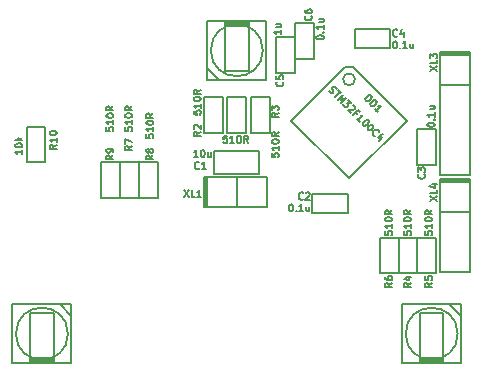
<source format=gto>
G04 (created by PCBNEW (2013-07-07 BZR 4022)-stable) date 24/01/2015 20:57:02*
%MOIN*%
G04 Gerber Fmt 3.4, Leading zero omitted, Abs format*
%FSLAX34Y34*%
G01*
G70*
G90*
G04 APERTURE LIST*
%ADD10C,0.00590551*%
%ADD11C,0.005*%
%ADD12C,0.0059*%
%ADD13C,0.00787402*%
G04 APERTURE END LIST*
G54D10*
X73070Y-52716D02*
X72755Y-52716D01*
X72755Y-52716D02*
X72755Y-51535D01*
X72755Y-51535D02*
X73385Y-51535D01*
X73385Y-51535D02*
X73385Y-52716D01*
X73385Y-52716D02*
X73070Y-52716D01*
X62519Y-50196D02*
X62204Y-50196D01*
X62204Y-50196D02*
X62204Y-49015D01*
X62204Y-49015D02*
X62834Y-49015D01*
X62834Y-49015D02*
X62834Y-50196D01*
X62834Y-50196D02*
X62519Y-50196D01*
X63779Y-50196D02*
X63464Y-50196D01*
X63464Y-50196D02*
X63464Y-49015D01*
X63464Y-49015D02*
X64094Y-49015D01*
X64094Y-49015D02*
X64094Y-50196D01*
X64094Y-50196D02*
X63779Y-50196D01*
X63149Y-50196D02*
X62834Y-50196D01*
X62834Y-50196D02*
X62834Y-49015D01*
X62834Y-49015D02*
X63464Y-49015D01*
X63464Y-49015D02*
X63464Y-50196D01*
X63464Y-50196D02*
X63149Y-50196D01*
X67519Y-46850D02*
X67834Y-46850D01*
X67834Y-46850D02*
X67834Y-48031D01*
X67834Y-48031D02*
X67204Y-48031D01*
X67204Y-48031D02*
X67204Y-46850D01*
X67204Y-46850D02*
X67519Y-46850D01*
X65944Y-46850D02*
X66259Y-46850D01*
X66259Y-46850D02*
X66259Y-48031D01*
X66259Y-48031D02*
X65629Y-48031D01*
X65629Y-48031D02*
X65629Y-46850D01*
X65629Y-46850D02*
X65944Y-46850D01*
X66732Y-46850D02*
X67047Y-46850D01*
X67047Y-46850D02*
X67047Y-48031D01*
X67047Y-48031D02*
X66417Y-48031D01*
X66417Y-48031D02*
X66417Y-46850D01*
X66417Y-46850D02*
X66732Y-46850D01*
X71811Y-52716D02*
X71496Y-52716D01*
X71496Y-52716D02*
X71496Y-51535D01*
X71496Y-51535D02*
X72125Y-51535D01*
X72125Y-51535D02*
X72125Y-52716D01*
X72125Y-52716D02*
X71811Y-52716D01*
X60039Y-47834D02*
X60354Y-47834D01*
X60354Y-47834D02*
X60354Y-49015D01*
X60354Y-49015D02*
X59724Y-49015D01*
X59724Y-49015D02*
X59724Y-47834D01*
X59724Y-47834D02*
X60039Y-47834D01*
X72440Y-52716D02*
X72125Y-52716D01*
X72125Y-52716D02*
X72125Y-51535D01*
X72125Y-51535D02*
X72755Y-51535D01*
X72755Y-51535D02*
X72755Y-52716D01*
X72755Y-52716D02*
X72440Y-52716D01*
G54D11*
X70458Y-49544D02*
X68537Y-47623D01*
X68537Y-47623D02*
X70333Y-45828D01*
X70347Y-45842D02*
X70597Y-45842D01*
X70597Y-45842D02*
X72392Y-47637D01*
X72392Y-47637D02*
X70485Y-49544D01*
X70669Y-46246D02*
G75*
G03X70669Y-46246I-196J0D01*
G74*
G01*
G54D10*
X73818Y-53740D02*
X74212Y-54133D01*
G54D12*
X74094Y-54724D02*
G75*
G03X74094Y-54724I-866J0D01*
G74*
G01*
X74212Y-55708D02*
X72244Y-55708D01*
X72244Y-55708D02*
X72244Y-53740D01*
X72244Y-53740D02*
X74212Y-53740D01*
X74212Y-53740D02*
X74212Y-55708D01*
G54D10*
X66141Y-46259D02*
X65748Y-45866D01*
G54D12*
X67598Y-45275D02*
G75*
G03X67598Y-45275I-866J0D01*
G74*
G01*
X65748Y-44291D02*
X67716Y-44291D01*
X67716Y-44291D02*
X67716Y-46259D01*
X67716Y-46259D02*
X65748Y-46259D01*
X65748Y-46259D02*
X65748Y-44291D01*
G54D10*
X60826Y-53740D02*
X61220Y-54133D01*
G54D12*
X61102Y-54724D02*
G75*
G03X61102Y-54724I-866J0D01*
G74*
G01*
X61220Y-55708D02*
X59252Y-55708D01*
X59252Y-55708D02*
X59252Y-53740D01*
X59252Y-53740D02*
X61220Y-53740D01*
X61220Y-53740D02*
X61220Y-55708D01*
G54D10*
X73622Y-55531D02*
X73622Y-55590D01*
X73622Y-55590D02*
X72834Y-55590D01*
X72834Y-55590D02*
X72834Y-55511D01*
X72834Y-55511D02*
X72834Y-55649D01*
X72834Y-55649D02*
X73622Y-55649D01*
X73622Y-55649D02*
X73622Y-55590D01*
X73228Y-54035D02*
X73622Y-54035D01*
X73622Y-54035D02*
X73622Y-55531D01*
X73622Y-55531D02*
X72834Y-55531D01*
X72834Y-55531D02*
X72834Y-54035D01*
X72834Y-54035D02*
X73307Y-54035D01*
X66338Y-44468D02*
X66338Y-44409D01*
X66338Y-44409D02*
X67125Y-44409D01*
X67125Y-44409D02*
X67125Y-44488D01*
X67125Y-44488D02*
X67125Y-44350D01*
X67125Y-44350D02*
X66338Y-44350D01*
X66338Y-44350D02*
X66338Y-44409D01*
X66732Y-45964D02*
X66338Y-45964D01*
X66338Y-45964D02*
X66338Y-44468D01*
X66338Y-44468D02*
X67125Y-44468D01*
X67125Y-44468D02*
X67125Y-45964D01*
X67125Y-45964D02*
X66653Y-45964D01*
X60629Y-55531D02*
X60629Y-55590D01*
X60629Y-55590D02*
X59842Y-55590D01*
X59842Y-55590D02*
X59842Y-55511D01*
X59842Y-55511D02*
X59842Y-55649D01*
X59842Y-55649D02*
X60629Y-55649D01*
X60629Y-55649D02*
X60629Y-55590D01*
X60236Y-54035D02*
X60629Y-54035D01*
X60629Y-54035D02*
X60629Y-55531D01*
X60629Y-55531D02*
X59842Y-55531D01*
X59842Y-55531D02*
X59842Y-54035D01*
X59842Y-54035D02*
X60314Y-54035D01*
G54D13*
X73515Y-45440D02*
X73515Y-45340D01*
X73515Y-45340D02*
X74515Y-45340D01*
X74515Y-45340D02*
X74515Y-45440D01*
X74515Y-45440D02*
X74515Y-45390D01*
X74515Y-45390D02*
X73515Y-45390D01*
X74515Y-46440D02*
X73515Y-46440D01*
X74515Y-45440D02*
X74515Y-49440D01*
X74515Y-49440D02*
X73515Y-49440D01*
X73515Y-49440D02*
X73515Y-45440D01*
X73515Y-45440D02*
X74515Y-45440D01*
X73515Y-49631D02*
X73515Y-49681D01*
X74515Y-49681D02*
X74515Y-49581D01*
X74515Y-49581D02*
X73515Y-49581D01*
X73515Y-49581D02*
X73515Y-49631D01*
X73515Y-49631D02*
X74465Y-49631D01*
X73515Y-52681D02*
X73515Y-49681D01*
X74515Y-49681D02*
X74515Y-52681D01*
X74515Y-50681D02*
X73515Y-50681D01*
X74515Y-52681D02*
X73515Y-52681D01*
X73515Y-49681D02*
X74515Y-49681D01*
X67732Y-50500D02*
X65732Y-50500D01*
X67732Y-49500D02*
X65732Y-49500D01*
X65682Y-50500D02*
X65732Y-50500D01*
X65732Y-49500D02*
X65632Y-49500D01*
X65632Y-49500D02*
X65632Y-50500D01*
X65632Y-50500D02*
X65682Y-50500D01*
X65682Y-50500D02*
X65682Y-49550D01*
X66732Y-49500D02*
X66732Y-50500D01*
X67732Y-49500D02*
X67732Y-50500D01*
X65732Y-50500D02*
X65732Y-49500D01*
G54D10*
X65984Y-48622D02*
X67480Y-48622D01*
X67480Y-48622D02*
X67480Y-49409D01*
X67480Y-49409D02*
X65984Y-49409D01*
X65984Y-49409D02*
X65984Y-48622D01*
X70669Y-44881D02*
X70669Y-44566D01*
X70669Y-44566D02*
X71850Y-44566D01*
X71850Y-44566D02*
X71850Y-45196D01*
X71850Y-45196D02*
X70669Y-45196D01*
X70669Y-45196D02*
X70669Y-44881D01*
X68976Y-45551D02*
X68661Y-45551D01*
X68661Y-45551D02*
X68661Y-44370D01*
X68661Y-44370D02*
X69291Y-44370D01*
X69291Y-44370D02*
X69291Y-45551D01*
X69291Y-45551D02*
X68976Y-45551D01*
X73070Y-47913D02*
X73385Y-47913D01*
X73385Y-47913D02*
X73385Y-49094D01*
X73385Y-49094D02*
X72755Y-49094D01*
X72755Y-49094D02*
X72755Y-47913D01*
X72755Y-47913D02*
X73070Y-47913D01*
X68346Y-46023D02*
X68031Y-46023D01*
X68031Y-46023D02*
X68031Y-44842D01*
X68031Y-44842D02*
X68661Y-44842D01*
X68661Y-44842D02*
X68661Y-46023D01*
X68661Y-46023D02*
X68346Y-46023D01*
X70433Y-50393D02*
X70433Y-50708D01*
X70433Y-50708D02*
X69251Y-50708D01*
X69251Y-50708D02*
X69251Y-50078D01*
X69251Y-50078D02*
X70433Y-50078D01*
X70433Y-50078D02*
X70433Y-50393D01*
X73245Y-53031D02*
X73132Y-53110D01*
X73245Y-53166D02*
X73008Y-53166D01*
X73008Y-53076D01*
X73020Y-53053D01*
X73031Y-53042D01*
X73053Y-53031D01*
X73087Y-53031D01*
X73110Y-53042D01*
X73121Y-53053D01*
X73132Y-53076D01*
X73132Y-53166D01*
X73008Y-52817D02*
X73008Y-52930D01*
X73121Y-52941D01*
X73110Y-52930D01*
X73098Y-52907D01*
X73098Y-52851D01*
X73110Y-52829D01*
X73121Y-52817D01*
X73143Y-52806D01*
X73200Y-52806D01*
X73222Y-52817D01*
X73233Y-52829D01*
X73245Y-52851D01*
X73245Y-52907D01*
X73233Y-52930D01*
X73222Y-52941D01*
X73008Y-51310D02*
X73008Y-51422D01*
X73121Y-51434D01*
X73110Y-51422D01*
X73098Y-51400D01*
X73098Y-51344D01*
X73110Y-51321D01*
X73121Y-51310D01*
X73143Y-51299D01*
X73200Y-51299D01*
X73222Y-51310D01*
X73233Y-51321D01*
X73245Y-51344D01*
X73245Y-51400D01*
X73233Y-51422D01*
X73222Y-51434D01*
X73245Y-51074D02*
X73245Y-51209D01*
X73245Y-51141D02*
X73008Y-51141D01*
X73042Y-51164D01*
X73065Y-51186D01*
X73076Y-51209D01*
X73008Y-50928D02*
X73008Y-50905D01*
X73020Y-50883D01*
X73031Y-50871D01*
X73053Y-50860D01*
X73098Y-50849D01*
X73155Y-50849D01*
X73200Y-50860D01*
X73222Y-50871D01*
X73233Y-50883D01*
X73245Y-50905D01*
X73245Y-50928D01*
X73233Y-50950D01*
X73222Y-50961D01*
X73200Y-50973D01*
X73155Y-50984D01*
X73098Y-50984D01*
X73053Y-50973D01*
X73031Y-50961D01*
X73020Y-50950D01*
X73008Y-50928D01*
X73245Y-50613D02*
X73132Y-50691D01*
X73245Y-50748D02*
X73008Y-50748D01*
X73008Y-50658D01*
X73020Y-50635D01*
X73031Y-50624D01*
X73053Y-50613D01*
X73087Y-50613D01*
X73110Y-50624D01*
X73121Y-50635D01*
X73132Y-50658D01*
X73132Y-50748D01*
X62615Y-48779D02*
X62502Y-48858D01*
X62615Y-48914D02*
X62379Y-48914D01*
X62379Y-48824D01*
X62390Y-48802D01*
X62401Y-48790D01*
X62424Y-48779D01*
X62457Y-48779D01*
X62480Y-48790D01*
X62491Y-48802D01*
X62502Y-48824D01*
X62502Y-48914D01*
X62615Y-48667D02*
X62615Y-48622D01*
X62604Y-48599D01*
X62592Y-48588D01*
X62559Y-48565D01*
X62514Y-48554D01*
X62424Y-48554D01*
X62401Y-48565D01*
X62390Y-48577D01*
X62379Y-48599D01*
X62379Y-48644D01*
X62390Y-48667D01*
X62401Y-48678D01*
X62424Y-48689D01*
X62480Y-48689D01*
X62502Y-48678D01*
X62514Y-48667D01*
X62525Y-48644D01*
X62525Y-48599D01*
X62514Y-48577D01*
X62502Y-48565D01*
X62480Y-48554D01*
X62379Y-47845D02*
X62379Y-47958D01*
X62491Y-47969D01*
X62480Y-47958D01*
X62469Y-47935D01*
X62469Y-47879D01*
X62480Y-47857D01*
X62491Y-47845D01*
X62514Y-47834D01*
X62570Y-47834D01*
X62592Y-47845D01*
X62604Y-47857D01*
X62615Y-47879D01*
X62615Y-47935D01*
X62604Y-47958D01*
X62592Y-47969D01*
X62615Y-47609D02*
X62615Y-47744D01*
X62615Y-47677D02*
X62379Y-47677D01*
X62412Y-47699D01*
X62435Y-47722D01*
X62446Y-47744D01*
X62379Y-47463D02*
X62379Y-47440D01*
X62390Y-47418D01*
X62401Y-47407D01*
X62424Y-47395D01*
X62469Y-47384D01*
X62525Y-47384D01*
X62570Y-47395D01*
X62592Y-47407D01*
X62604Y-47418D01*
X62615Y-47440D01*
X62615Y-47463D01*
X62604Y-47485D01*
X62592Y-47497D01*
X62570Y-47508D01*
X62525Y-47519D01*
X62469Y-47519D01*
X62424Y-47508D01*
X62401Y-47497D01*
X62390Y-47485D01*
X62379Y-47463D01*
X62615Y-47148D02*
X62502Y-47227D01*
X62615Y-47283D02*
X62379Y-47283D01*
X62379Y-47193D01*
X62390Y-47170D01*
X62401Y-47159D01*
X62424Y-47148D01*
X62457Y-47148D01*
X62480Y-47159D01*
X62491Y-47170D01*
X62502Y-47193D01*
X62502Y-47283D01*
X63953Y-48779D02*
X63841Y-48858D01*
X63953Y-48914D02*
X63717Y-48914D01*
X63717Y-48824D01*
X63728Y-48802D01*
X63740Y-48790D01*
X63762Y-48779D01*
X63796Y-48779D01*
X63818Y-48790D01*
X63830Y-48802D01*
X63841Y-48824D01*
X63841Y-48914D01*
X63818Y-48644D02*
X63807Y-48667D01*
X63796Y-48678D01*
X63773Y-48689D01*
X63762Y-48689D01*
X63740Y-48678D01*
X63728Y-48667D01*
X63717Y-48644D01*
X63717Y-48599D01*
X63728Y-48577D01*
X63740Y-48565D01*
X63762Y-48554D01*
X63773Y-48554D01*
X63796Y-48565D01*
X63807Y-48577D01*
X63818Y-48599D01*
X63818Y-48644D01*
X63830Y-48667D01*
X63841Y-48678D01*
X63863Y-48689D01*
X63908Y-48689D01*
X63931Y-48678D01*
X63942Y-48667D01*
X63953Y-48644D01*
X63953Y-48599D01*
X63942Y-48577D01*
X63931Y-48565D01*
X63908Y-48554D01*
X63863Y-48554D01*
X63841Y-48565D01*
X63830Y-48577D01*
X63818Y-48599D01*
X63717Y-48082D02*
X63717Y-48194D01*
X63830Y-48205D01*
X63818Y-48194D01*
X63807Y-48172D01*
X63807Y-48115D01*
X63818Y-48093D01*
X63830Y-48082D01*
X63852Y-48070D01*
X63908Y-48070D01*
X63931Y-48082D01*
X63942Y-48093D01*
X63953Y-48115D01*
X63953Y-48172D01*
X63942Y-48194D01*
X63931Y-48205D01*
X63953Y-47845D02*
X63953Y-47980D01*
X63953Y-47913D02*
X63717Y-47913D01*
X63751Y-47935D01*
X63773Y-47958D01*
X63785Y-47980D01*
X63717Y-47699D02*
X63717Y-47677D01*
X63728Y-47654D01*
X63740Y-47643D01*
X63762Y-47632D01*
X63807Y-47620D01*
X63863Y-47620D01*
X63908Y-47632D01*
X63931Y-47643D01*
X63942Y-47654D01*
X63953Y-47677D01*
X63953Y-47699D01*
X63942Y-47722D01*
X63931Y-47733D01*
X63908Y-47744D01*
X63863Y-47755D01*
X63807Y-47755D01*
X63762Y-47744D01*
X63740Y-47733D01*
X63728Y-47722D01*
X63717Y-47699D01*
X63953Y-47384D02*
X63841Y-47463D01*
X63953Y-47519D02*
X63717Y-47519D01*
X63717Y-47429D01*
X63728Y-47407D01*
X63740Y-47395D01*
X63762Y-47384D01*
X63796Y-47384D01*
X63818Y-47395D01*
X63830Y-47407D01*
X63841Y-47429D01*
X63841Y-47519D01*
X63245Y-48464D02*
X63132Y-48543D01*
X63245Y-48599D02*
X63008Y-48599D01*
X63008Y-48509D01*
X63020Y-48487D01*
X63031Y-48475D01*
X63053Y-48464D01*
X63087Y-48464D01*
X63110Y-48475D01*
X63121Y-48487D01*
X63132Y-48509D01*
X63132Y-48599D01*
X63008Y-48385D02*
X63008Y-48228D01*
X63245Y-48329D01*
X63008Y-47845D02*
X63008Y-47958D01*
X63121Y-47969D01*
X63110Y-47958D01*
X63098Y-47935D01*
X63098Y-47879D01*
X63110Y-47857D01*
X63121Y-47845D01*
X63143Y-47834D01*
X63200Y-47834D01*
X63222Y-47845D01*
X63233Y-47857D01*
X63245Y-47879D01*
X63245Y-47935D01*
X63233Y-47958D01*
X63222Y-47969D01*
X63245Y-47609D02*
X63245Y-47744D01*
X63245Y-47677D02*
X63008Y-47677D01*
X63042Y-47699D01*
X63065Y-47722D01*
X63076Y-47744D01*
X63008Y-47463D02*
X63008Y-47440D01*
X63020Y-47418D01*
X63031Y-47407D01*
X63053Y-47395D01*
X63098Y-47384D01*
X63155Y-47384D01*
X63200Y-47395D01*
X63222Y-47407D01*
X63233Y-47418D01*
X63245Y-47440D01*
X63245Y-47463D01*
X63233Y-47485D01*
X63222Y-47497D01*
X63200Y-47508D01*
X63155Y-47519D01*
X63098Y-47519D01*
X63053Y-47508D01*
X63031Y-47497D01*
X63020Y-47485D01*
X63008Y-47463D01*
X63245Y-47148D02*
X63132Y-47227D01*
X63245Y-47283D02*
X63008Y-47283D01*
X63008Y-47193D01*
X63020Y-47170D01*
X63031Y-47159D01*
X63053Y-47148D01*
X63087Y-47148D01*
X63110Y-47159D01*
X63121Y-47170D01*
X63132Y-47193D01*
X63132Y-47283D01*
X68127Y-47362D02*
X68014Y-47440D01*
X68127Y-47497D02*
X67890Y-47497D01*
X67890Y-47407D01*
X67902Y-47384D01*
X67913Y-47373D01*
X67935Y-47362D01*
X67969Y-47362D01*
X67992Y-47373D01*
X68003Y-47384D01*
X68014Y-47407D01*
X68014Y-47497D01*
X67890Y-47283D02*
X67890Y-47137D01*
X67980Y-47215D01*
X67980Y-47182D01*
X67992Y-47159D01*
X68003Y-47148D01*
X68025Y-47137D01*
X68082Y-47137D01*
X68104Y-47148D01*
X68115Y-47159D01*
X68127Y-47182D01*
X68127Y-47249D01*
X68115Y-47272D01*
X68104Y-47283D01*
X67890Y-48712D02*
X67890Y-48824D01*
X68003Y-48835D01*
X67992Y-48824D01*
X67980Y-48802D01*
X67980Y-48745D01*
X67992Y-48723D01*
X68003Y-48712D01*
X68025Y-48700D01*
X68082Y-48700D01*
X68104Y-48712D01*
X68115Y-48723D01*
X68127Y-48745D01*
X68127Y-48802D01*
X68115Y-48824D01*
X68104Y-48835D01*
X68127Y-48475D02*
X68127Y-48610D01*
X68127Y-48543D02*
X67890Y-48543D01*
X67924Y-48565D01*
X67947Y-48588D01*
X67958Y-48610D01*
X67890Y-48329D02*
X67890Y-48307D01*
X67902Y-48284D01*
X67913Y-48273D01*
X67935Y-48262D01*
X67980Y-48250D01*
X68037Y-48250D01*
X68082Y-48262D01*
X68104Y-48273D01*
X68115Y-48284D01*
X68127Y-48307D01*
X68127Y-48329D01*
X68115Y-48352D01*
X68104Y-48363D01*
X68082Y-48374D01*
X68037Y-48385D01*
X67980Y-48385D01*
X67935Y-48374D01*
X67913Y-48363D01*
X67902Y-48352D01*
X67890Y-48329D01*
X68127Y-48014D02*
X68014Y-48093D01*
X68127Y-48149D02*
X67890Y-48149D01*
X67890Y-48059D01*
X67902Y-48037D01*
X67913Y-48025D01*
X67935Y-48014D01*
X67969Y-48014D01*
X67992Y-48025D01*
X68003Y-48037D01*
X68014Y-48059D01*
X68014Y-48149D01*
X65528Y-47992D02*
X65416Y-48070D01*
X65528Y-48127D02*
X65292Y-48127D01*
X65292Y-48037D01*
X65303Y-48014D01*
X65314Y-48003D01*
X65337Y-47992D01*
X65371Y-47992D01*
X65393Y-48003D01*
X65404Y-48014D01*
X65416Y-48037D01*
X65416Y-48127D01*
X65314Y-47902D02*
X65303Y-47890D01*
X65292Y-47868D01*
X65292Y-47812D01*
X65303Y-47789D01*
X65314Y-47778D01*
X65337Y-47767D01*
X65359Y-47767D01*
X65393Y-47778D01*
X65528Y-47913D01*
X65528Y-47767D01*
X65292Y-47294D02*
X65292Y-47407D01*
X65404Y-47418D01*
X65393Y-47407D01*
X65382Y-47384D01*
X65382Y-47328D01*
X65393Y-47305D01*
X65404Y-47294D01*
X65427Y-47283D01*
X65483Y-47283D01*
X65506Y-47294D01*
X65517Y-47305D01*
X65528Y-47328D01*
X65528Y-47384D01*
X65517Y-47407D01*
X65506Y-47418D01*
X65528Y-47058D02*
X65528Y-47193D01*
X65528Y-47125D02*
X65292Y-47125D01*
X65326Y-47148D01*
X65348Y-47170D01*
X65359Y-47193D01*
X65292Y-46912D02*
X65292Y-46889D01*
X65303Y-46867D01*
X65314Y-46856D01*
X65337Y-46844D01*
X65382Y-46833D01*
X65438Y-46833D01*
X65483Y-46844D01*
X65506Y-46856D01*
X65517Y-46867D01*
X65528Y-46889D01*
X65528Y-46912D01*
X65517Y-46934D01*
X65506Y-46946D01*
X65483Y-46957D01*
X65438Y-46968D01*
X65382Y-46968D01*
X65337Y-46957D01*
X65314Y-46946D01*
X65303Y-46934D01*
X65292Y-46912D01*
X65528Y-46597D02*
X65416Y-46676D01*
X65528Y-46732D02*
X65292Y-46732D01*
X65292Y-46642D01*
X65303Y-46619D01*
X65314Y-46608D01*
X65337Y-46597D01*
X65371Y-46597D01*
X65393Y-46608D01*
X65404Y-46619D01*
X65416Y-46642D01*
X65416Y-46732D01*
X66406Y-48127D02*
X66293Y-48127D01*
X66282Y-48239D01*
X66293Y-48228D01*
X66316Y-48217D01*
X66372Y-48217D01*
X66394Y-48228D01*
X66406Y-48239D01*
X66417Y-48262D01*
X66417Y-48318D01*
X66406Y-48340D01*
X66394Y-48352D01*
X66372Y-48363D01*
X66316Y-48363D01*
X66293Y-48352D01*
X66282Y-48340D01*
X66642Y-48363D02*
X66507Y-48363D01*
X66574Y-48363D02*
X66574Y-48127D01*
X66552Y-48160D01*
X66529Y-48183D01*
X66507Y-48194D01*
X66788Y-48127D02*
X66811Y-48127D01*
X66833Y-48138D01*
X66844Y-48149D01*
X66856Y-48172D01*
X66867Y-48217D01*
X66867Y-48273D01*
X66856Y-48318D01*
X66844Y-48340D01*
X66833Y-48352D01*
X66811Y-48363D01*
X66788Y-48363D01*
X66766Y-48352D01*
X66754Y-48340D01*
X66743Y-48318D01*
X66732Y-48273D01*
X66732Y-48217D01*
X66743Y-48172D01*
X66754Y-48149D01*
X66766Y-48138D01*
X66788Y-48127D01*
X67103Y-48363D02*
X67024Y-48250D01*
X66968Y-48363D02*
X66968Y-48127D01*
X67058Y-48127D01*
X67080Y-48138D01*
X67092Y-48149D01*
X67103Y-48172D01*
X67103Y-48205D01*
X67092Y-48228D01*
X67080Y-48239D01*
X67058Y-48250D01*
X66968Y-48250D01*
X71906Y-53031D02*
X71794Y-53110D01*
X71906Y-53166D02*
X71670Y-53166D01*
X71670Y-53076D01*
X71681Y-53053D01*
X71692Y-53042D01*
X71715Y-53031D01*
X71749Y-53031D01*
X71771Y-53042D01*
X71782Y-53053D01*
X71794Y-53076D01*
X71794Y-53166D01*
X71670Y-52829D02*
X71670Y-52874D01*
X71681Y-52896D01*
X71692Y-52907D01*
X71726Y-52930D01*
X71771Y-52941D01*
X71861Y-52941D01*
X71884Y-52930D01*
X71895Y-52919D01*
X71906Y-52896D01*
X71906Y-52851D01*
X71895Y-52829D01*
X71884Y-52817D01*
X71861Y-52806D01*
X71805Y-52806D01*
X71782Y-52817D01*
X71771Y-52829D01*
X71760Y-52851D01*
X71760Y-52896D01*
X71771Y-52919D01*
X71782Y-52930D01*
X71805Y-52941D01*
X71670Y-51310D02*
X71670Y-51422D01*
X71782Y-51434D01*
X71771Y-51422D01*
X71760Y-51400D01*
X71760Y-51344D01*
X71771Y-51321D01*
X71782Y-51310D01*
X71805Y-51299D01*
X71861Y-51299D01*
X71884Y-51310D01*
X71895Y-51321D01*
X71906Y-51344D01*
X71906Y-51400D01*
X71895Y-51422D01*
X71884Y-51434D01*
X71906Y-51074D02*
X71906Y-51209D01*
X71906Y-51141D02*
X71670Y-51141D01*
X71704Y-51164D01*
X71726Y-51186D01*
X71737Y-51209D01*
X71670Y-50928D02*
X71670Y-50905D01*
X71681Y-50883D01*
X71692Y-50871D01*
X71715Y-50860D01*
X71760Y-50849D01*
X71816Y-50849D01*
X71861Y-50860D01*
X71884Y-50871D01*
X71895Y-50883D01*
X71906Y-50905D01*
X71906Y-50928D01*
X71895Y-50950D01*
X71884Y-50961D01*
X71861Y-50973D01*
X71816Y-50984D01*
X71760Y-50984D01*
X71715Y-50973D01*
X71692Y-50961D01*
X71681Y-50950D01*
X71670Y-50928D01*
X71906Y-50613D02*
X71794Y-50691D01*
X71906Y-50748D02*
X71670Y-50748D01*
X71670Y-50658D01*
X71681Y-50635D01*
X71692Y-50624D01*
X71715Y-50613D01*
X71749Y-50613D01*
X71771Y-50624D01*
X71782Y-50635D01*
X71794Y-50658D01*
X71794Y-50748D01*
X60725Y-48419D02*
X60613Y-48498D01*
X60725Y-48554D02*
X60489Y-48554D01*
X60489Y-48464D01*
X60500Y-48442D01*
X60511Y-48430D01*
X60534Y-48419D01*
X60568Y-48419D01*
X60590Y-48430D01*
X60601Y-48442D01*
X60613Y-48464D01*
X60613Y-48554D01*
X60725Y-48194D02*
X60725Y-48329D01*
X60725Y-48262D02*
X60489Y-48262D01*
X60523Y-48284D01*
X60545Y-48307D01*
X60556Y-48329D01*
X60489Y-48048D02*
X60489Y-48025D01*
X60500Y-48003D01*
X60511Y-47992D01*
X60534Y-47980D01*
X60579Y-47969D01*
X60635Y-47969D01*
X60680Y-47980D01*
X60703Y-47992D01*
X60714Y-48003D01*
X60725Y-48025D01*
X60725Y-48048D01*
X60714Y-48070D01*
X60703Y-48082D01*
X60680Y-48093D01*
X60635Y-48104D01*
X60579Y-48104D01*
X60534Y-48093D01*
X60511Y-48082D01*
X60500Y-48070D01*
X60489Y-48048D01*
X59583Y-48604D02*
X59583Y-48739D01*
X59583Y-48672D02*
X59347Y-48672D01*
X59381Y-48694D01*
X59404Y-48717D01*
X59415Y-48739D01*
X59347Y-48458D02*
X59347Y-48436D01*
X59359Y-48413D01*
X59370Y-48402D01*
X59392Y-48391D01*
X59437Y-48379D01*
X59493Y-48379D01*
X59538Y-48391D01*
X59561Y-48402D01*
X59572Y-48413D01*
X59583Y-48436D01*
X59583Y-48458D01*
X59572Y-48481D01*
X59561Y-48492D01*
X59538Y-48503D01*
X59493Y-48514D01*
X59437Y-48514D01*
X59392Y-48503D01*
X59370Y-48492D01*
X59359Y-48481D01*
X59347Y-48458D01*
X59583Y-48278D02*
X59347Y-48278D01*
X59493Y-48256D02*
X59583Y-48188D01*
X59426Y-48188D02*
X59516Y-48278D01*
X72536Y-53031D02*
X72424Y-53110D01*
X72536Y-53166D02*
X72300Y-53166D01*
X72300Y-53076D01*
X72311Y-53053D01*
X72322Y-53042D01*
X72345Y-53031D01*
X72379Y-53031D01*
X72401Y-53042D01*
X72412Y-53053D01*
X72424Y-53076D01*
X72424Y-53166D01*
X72379Y-52829D02*
X72536Y-52829D01*
X72289Y-52885D02*
X72457Y-52941D01*
X72457Y-52795D01*
X72300Y-51310D02*
X72300Y-51422D01*
X72412Y-51434D01*
X72401Y-51422D01*
X72390Y-51400D01*
X72390Y-51344D01*
X72401Y-51321D01*
X72412Y-51310D01*
X72435Y-51299D01*
X72491Y-51299D01*
X72514Y-51310D01*
X72525Y-51321D01*
X72536Y-51344D01*
X72536Y-51400D01*
X72525Y-51422D01*
X72514Y-51434D01*
X72536Y-51074D02*
X72536Y-51209D01*
X72536Y-51141D02*
X72300Y-51141D01*
X72334Y-51164D01*
X72356Y-51186D01*
X72367Y-51209D01*
X72300Y-50928D02*
X72300Y-50905D01*
X72311Y-50883D01*
X72322Y-50871D01*
X72345Y-50860D01*
X72390Y-50849D01*
X72446Y-50849D01*
X72491Y-50860D01*
X72514Y-50871D01*
X72525Y-50883D01*
X72536Y-50905D01*
X72536Y-50928D01*
X72525Y-50950D01*
X72514Y-50961D01*
X72491Y-50973D01*
X72446Y-50984D01*
X72390Y-50984D01*
X72345Y-50973D01*
X72322Y-50961D01*
X72311Y-50950D01*
X72300Y-50928D01*
X72536Y-50613D02*
X72424Y-50691D01*
X72536Y-50748D02*
X72300Y-50748D01*
X72300Y-50658D01*
X72311Y-50635D01*
X72322Y-50624D01*
X72345Y-50613D01*
X72379Y-50613D01*
X72401Y-50624D01*
X72412Y-50635D01*
X72424Y-50658D01*
X72424Y-50748D01*
G54D12*
X71005Y-46913D02*
X71171Y-46747D01*
X71211Y-46786D01*
X71227Y-46818D01*
X71227Y-46850D01*
X71219Y-46874D01*
X71195Y-46913D01*
X71171Y-46937D01*
X71132Y-46961D01*
X71108Y-46969D01*
X71076Y-46969D01*
X71044Y-46953D01*
X71005Y-46913D01*
X71171Y-47080D02*
X71338Y-46913D01*
X71378Y-46953D01*
X71394Y-46985D01*
X71394Y-47017D01*
X71386Y-47041D01*
X71362Y-47080D01*
X71338Y-47104D01*
X71299Y-47128D01*
X71275Y-47136D01*
X71243Y-47136D01*
X71211Y-47120D01*
X71171Y-47080D01*
X71426Y-47335D02*
X71330Y-47239D01*
X71378Y-47287D02*
X71545Y-47120D01*
X71505Y-47128D01*
X71473Y-47128D01*
X71450Y-47120D01*
X69810Y-46622D02*
X69826Y-46654D01*
X69866Y-46694D01*
X69890Y-46702D01*
X69906Y-46702D01*
X69929Y-46694D01*
X69945Y-46678D01*
X69953Y-46654D01*
X69953Y-46638D01*
X69945Y-46614D01*
X69921Y-46575D01*
X69914Y-46551D01*
X69914Y-46535D01*
X69921Y-46511D01*
X69937Y-46495D01*
X69961Y-46487D01*
X69977Y-46487D01*
X70001Y-46495D01*
X70041Y-46535D01*
X70057Y-46567D01*
X70112Y-46606D02*
X70208Y-46702D01*
X69993Y-46821D02*
X70160Y-46654D01*
X70096Y-46924D02*
X70263Y-46757D01*
X70200Y-46932D01*
X70374Y-46869D01*
X70208Y-47036D01*
X70438Y-46932D02*
X70541Y-47036D01*
X70422Y-47043D01*
X70446Y-47067D01*
X70454Y-47091D01*
X70454Y-47107D01*
X70446Y-47131D01*
X70406Y-47171D01*
X70382Y-47179D01*
X70366Y-47179D01*
X70343Y-47171D01*
X70295Y-47123D01*
X70287Y-47099D01*
X70287Y-47083D01*
X70589Y-47115D02*
X70605Y-47115D01*
X70629Y-47123D01*
X70668Y-47163D01*
X70676Y-47187D01*
X70676Y-47202D01*
X70668Y-47226D01*
X70653Y-47242D01*
X70621Y-47258D01*
X70430Y-47258D01*
X70533Y-47361D01*
X70748Y-47401D02*
X70692Y-47345D01*
X70605Y-47433D02*
X70772Y-47266D01*
X70851Y-47345D01*
X70835Y-47663D02*
X70740Y-47568D01*
X70788Y-47616D02*
X70955Y-47449D01*
X70915Y-47457D01*
X70883Y-47457D01*
X70859Y-47449D01*
X71105Y-47600D02*
X71121Y-47616D01*
X71129Y-47639D01*
X71129Y-47655D01*
X71121Y-47679D01*
X71098Y-47719D01*
X71058Y-47759D01*
X71018Y-47783D01*
X70994Y-47790D01*
X70978Y-47790D01*
X70955Y-47783D01*
X70939Y-47767D01*
X70931Y-47743D01*
X70931Y-47727D01*
X70939Y-47703D01*
X70962Y-47663D01*
X71002Y-47624D01*
X71042Y-47600D01*
X71066Y-47592D01*
X71082Y-47592D01*
X71105Y-47600D01*
X71264Y-47759D02*
X71280Y-47775D01*
X71288Y-47798D01*
X71288Y-47814D01*
X71280Y-47838D01*
X71256Y-47878D01*
X71217Y-47918D01*
X71177Y-47941D01*
X71153Y-47949D01*
X71137Y-47949D01*
X71113Y-47941D01*
X71098Y-47926D01*
X71090Y-47902D01*
X71090Y-47886D01*
X71098Y-47862D01*
X71121Y-47822D01*
X71161Y-47783D01*
X71201Y-47759D01*
X71225Y-47751D01*
X71241Y-47751D01*
X71264Y-47759D01*
X71336Y-48132D02*
X71320Y-48132D01*
X71288Y-48116D01*
X71272Y-48100D01*
X71256Y-48069D01*
X71256Y-48037D01*
X71264Y-48013D01*
X71288Y-47973D01*
X71312Y-47949D01*
X71352Y-47926D01*
X71376Y-47918D01*
X71407Y-47918D01*
X71439Y-47933D01*
X71455Y-47949D01*
X71471Y-47981D01*
X71471Y-47997D01*
X71574Y-48180D02*
X71463Y-48291D01*
X71598Y-48077D02*
X71439Y-48156D01*
X71543Y-48259D01*
G54D10*
X73166Y-45956D02*
X73402Y-45798D01*
X73166Y-45798D02*
X73402Y-45956D01*
X73402Y-45596D02*
X73402Y-45708D01*
X73166Y-45708D01*
X73166Y-45539D02*
X73166Y-45393D01*
X73256Y-45472D01*
X73256Y-45438D01*
X73267Y-45416D01*
X73278Y-45404D01*
X73301Y-45393D01*
X73357Y-45393D01*
X73380Y-45404D01*
X73391Y-45416D01*
X73402Y-45438D01*
X73402Y-45506D01*
X73391Y-45528D01*
X73380Y-45539D01*
X73166Y-50286D02*
X73402Y-50129D01*
X73166Y-50129D02*
X73402Y-50286D01*
X73402Y-49926D02*
X73402Y-50039D01*
X73166Y-50039D01*
X73245Y-49746D02*
X73402Y-49746D01*
X73155Y-49803D02*
X73323Y-49859D01*
X73323Y-49713D01*
X64988Y-49938D02*
X65146Y-50174D01*
X65146Y-49938D02*
X64988Y-50174D01*
X65348Y-50174D02*
X65236Y-50174D01*
X65236Y-49938D01*
X65551Y-50174D02*
X65416Y-50174D01*
X65483Y-50174D02*
X65483Y-49938D01*
X65461Y-49971D01*
X65438Y-49994D01*
X65416Y-50005D01*
X65472Y-49206D02*
X65461Y-49218D01*
X65427Y-49229D01*
X65404Y-49229D01*
X65371Y-49218D01*
X65348Y-49195D01*
X65337Y-49173D01*
X65326Y-49128D01*
X65326Y-49094D01*
X65337Y-49049D01*
X65348Y-49026D01*
X65371Y-49004D01*
X65404Y-48993D01*
X65427Y-48993D01*
X65461Y-49004D01*
X65472Y-49015D01*
X65697Y-49229D02*
X65562Y-49229D01*
X65629Y-49229D02*
X65629Y-48993D01*
X65607Y-49026D01*
X65584Y-49049D01*
X65562Y-49060D01*
X65438Y-48835D02*
X65303Y-48835D01*
X65371Y-48835D02*
X65371Y-48599D01*
X65348Y-48633D01*
X65326Y-48655D01*
X65303Y-48667D01*
X65584Y-48599D02*
X65607Y-48599D01*
X65629Y-48610D01*
X65641Y-48622D01*
X65652Y-48644D01*
X65663Y-48689D01*
X65663Y-48745D01*
X65652Y-48790D01*
X65641Y-48813D01*
X65629Y-48824D01*
X65607Y-48835D01*
X65584Y-48835D01*
X65562Y-48824D01*
X65551Y-48813D01*
X65539Y-48790D01*
X65528Y-48745D01*
X65528Y-48689D01*
X65539Y-48644D01*
X65551Y-48622D01*
X65562Y-48610D01*
X65584Y-48599D01*
X65866Y-48678D02*
X65866Y-48835D01*
X65764Y-48678D02*
X65764Y-48802D01*
X65776Y-48824D01*
X65798Y-48835D01*
X65832Y-48835D01*
X65854Y-48824D01*
X65866Y-48813D01*
X72086Y-44797D02*
X72075Y-44808D01*
X72041Y-44820D01*
X72019Y-44820D01*
X71985Y-44808D01*
X71962Y-44786D01*
X71951Y-44763D01*
X71940Y-44718D01*
X71940Y-44685D01*
X71951Y-44640D01*
X71962Y-44617D01*
X71985Y-44595D01*
X72019Y-44583D01*
X72041Y-44583D01*
X72075Y-44595D01*
X72086Y-44606D01*
X72289Y-44662D02*
X72289Y-44820D01*
X72232Y-44572D02*
X72176Y-44741D01*
X72322Y-44741D01*
X71996Y-44977D02*
X72019Y-44977D01*
X72041Y-44988D01*
X72052Y-45000D01*
X72064Y-45022D01*
X72075Y-45067D01*
X72075Y-45123D01*
X72064Y-45168D01*
X72052Y-45191D01*
X72041Y-45202D01*
X72019Y-45213D01*
X71996Y-45213D01*
X71974Y-45202D01*
X71962Y-45191D01*
X71951Y-45168D01*
X71940Y-45123D01*
X71940Y-45067D01*
X71951Y-45022D01*
X71962Y-45000D01*
X71974Y-44988D01*
X71996Y-44977D01*
X72176Y-45191D02*
X72187Y-45202D01*
X72176Y-45213D01*
X72165Y-45202D01*
X72176Y-45191D01*
X72176Y-45213D01*
X72412Y-45213D02*
X72277Y-45213D01*
X72345Y-45213D02*
X72345Y-44977D01*
X72322Y-45011D01*
X72300Y-45033D01*
X72277Y-45044D01*
X72615Y-45056D02*
X72615Y-45213D01*
X72514Y-45056D02*
X72514Y-45179D01*
X72525Y-45202D01*
X72547Y-45213D01*
X72581Y-45213D01*
X72604Y-45202D01*
X72615Y-45191D01*
X69206Y-44133D02*
X69218Y-44145D01*
X69229Y-44178D01*
X69229Y-44201D01*
X69218Y-44235D01*
X69195Y-44257D01*
X69173Y-44268D01*
X69128Y-44280D01*
X69094Y-44280D01*
X69049Y-44268D01*
X69026Y-44257D01*
X69004Y-44235D01*
X68993Y-44201D01*
X68993Y-44178D01*
X69004Y-44145D01*
X69015Y-44133D01*
X68993Y-43931D02*
X68993Y-43976D01*
X69004Y-43998D01*
X69015Y-44010D01*
X69049Y-44032D01*
X69094Y-44043D01*
X69184Y-44043D01*
X69206Y-44032D01*
X69218Y-44021D01*
X69229Y-43998D01*
X69229Y-43953D01*
X69218Y-43931D01*
X69206Y-43920D01*
X69184Y-43908D01*
X69128Y-43908D01*
X69105Y-43920D01*
X69094Y-43931D01*
X69083Y-43953D01*
X69083Y-43998D01*
X69094Y-44021D01*
X69105Y-44032D01*
X69128Y-44043D01*
X69386Y-44853D02*
X69386Y-44831D01*
X69398Y-44808D01*
X69409Y-44797D01*
X69431Y-44786D01*
X69476Y-44775D01*
X69533Y-44775D01*
X69578Y-44786D01*
X69600Y-44797D01*
X69611Y-44808D01*
X69623Y-44831D01*
X69623Y-44853D01*
X69611Y-44876D01*
X69600Y-44887D01*
X69578Y-44898D01*
X69533Y-44910D01*
X69476Y-44910D01*
X69431Y-44898D01*
X69409Y-44887D01*
X69398Y-44876D01*
X69386Y-44853D01*
X69600Y-44673D02*
X69611Y-44662D01*
X69623Y-44673D01*
X69611Y-44685D01*
X69600Y-44673D01*
X69623Y-44673D01*
X69623Y-44437D02*
X69623Y-44572D01*
X69623Y-44505D02*
X69386Y-44505D01*
X69420Y-44527D01*
X69443Y-44550D01*
X69454Y-44572D01*
X69465Y-44235D02*
X69623Y-44235D01*
X69465Y-44336D02*
X69589Y-44336D01*
X69611Y-44325D01*
X69623Y-44302D01*
X69623Y-44268D01*
X69611Y-44246D01*
X69600Y-44235D01*
X72986Y-49409D02*
X72997Y-49420D01*
X73008Y-49454D01*
X73008Y-49476D01*
X72997Y-49510D01*
X72975Y-49533D01*
X72952Y-49544D01*
X72907Y-49555D01*
X72874Y-49555D01*
X72829Y-49544D01*
X72806Y-49533D01*
X72784Y-49510D01*
X72772Y-49476D01*
X72772Y-49454D01*
X72784Y-49420D01*
X72795Y-49409D01*
X72772Y-49330D02*
X72772Y-49184D01*
X72862Y-49263D01*
X72862Y-49229D01*
X72874Y-49206D01*
X72885Y-49195D01*
X72907Y-49184D01*
X72964Y-49184D01*
X72986Y-49195D01*
X72997Y-49206D01*
X73008Y-49229D01*
X73008Y-49296D01*
X72997Y-49319D01*
X72986Y-49330D01*
X73087Y-47767D02*
X73087Y-47744D01*
X73098Y-47722D01*
X73110Y-47710D01*
X73132Y-47699D01*
X73177Y-47688D01*
X73233Y-47688D01*
X73278Y-47699D01*
X73301Y-47710D01*
X73312Y-47722D01*
X73323Y-47744D01*
X73323Y-47767D01*
X73312Y-47789D01*
X73301Y-47800D01*
X73278Y-47812D01*
X73233Y-47823D01*
X73177Y-47823D01*
X73132Y-47812D01*
X73110Y-47800D01*
X73098Y-47789D01*
X73087Y-47767D01*
X73301Y-47587D02*
X73312Y-47575D01*
X73323Y-47587D01*
X73312Y-47598D01*
X73301Y-47587D01*
X73323Y-47587D01*
X73323Y-47350D02*
X73323Y-47485D01*
X73323Y-47418D02*
X73087Y-47418D01*
X73121Y-47440D01*
X73143Y-47463D01*
X73155Y-47485D01*
X73166Y-47148D02*
X73323Y-47148D01*
X73166Y-47249D02*
X73290Y-47249D01*
X73312Y-47238D01*
X73323Y-47215D01*
X73323Y-47182D01*
X73312Y-47159D01*
X73301Y-47148D01*
X68262Y-46338D02*
X68273Y-46349D01*
X68284Y-46383D01*
X68284Y-46406D01*
X68273Y-46439D01*
X68250Y-46462D01*
X68228Y-46473D01*
X68183Y-46484D01*
X68149Y-46484D01*
X68104Y-46473D01*
X68082Y-46462D01*
X68059Y-46439D01*
X68048Y-46406D01*
X68048Y-46383D01*
X68059Y-46349D01*
X68070Y-46338D01*
X68048Y-46124D02*
X68048Y-46237D01*
X68160Y-46248D01*
X68149Y-46237D01*
X68138Y-46214D01*
X68138Y-46158D01*
X68149Y-46136D01*
X68160Y-46124D01*
X68183Y-46113D01*
X68239Y-46113D01*
X68262Y-46124D01*
X68273Y-46136D01*
X68284Y-46158D01*
X68284Y-46214D01*
X68273Y-46237D01*
X68262Y-46248D01*
X68205Y-44606D02*
X68205Y-44741D01*
X68205Y-44673D02*
X67969Y-44673D01*
X68003Y-44696D01*
X68025Y-44718D01*
X68037Y-44741D01*
X68048Y-44403D02*
X68205Y-44403D01*
X68048Y-44505D02*
X68172Y-44505D01*
X68194Y-44493D01*
X68205Y-44471D01*
X68205Y-44437D01*
X68194Y-44415D01*
X68183Y-44403D01*
X68937Y-50230D02*
X68925Y-50241D01*
X68892Y-50253D01*
X68869Y-50253D01*
X68835Y-50241D01*
X68813Y-50219D01*
X68802Y-50196D01*
X68790Y-50151D01*
X68790Y-50118D01*
X68802Y-50073D01*
X68813Y-50050D01*
X68835Y-50028D01*
X68869Y-50016D01*
X68892Y-50016D01*
X68925Y-50028D01*
X68937Y-50039D01*
X69026Y-50039D02*
X69038Y-50028D01*
X69060Y-50016D01*
X69116Y-50016D01*
X69139Y-50028D01*
X69150Y-50039D01*
X69161Y-50061D01*
X69161Y-50084D01*
X69150Y-50118D01*
X69015Y-50253D01*
X69161Y-50253D01*
X68532Y-50410D02*
X68554Y-50410D01*
X68577Y-50421D01*
X68588Y-50433D01*
X68599Y-50455D01*
X68610Y-50500D01*
X68610Y-50556D01*
X68599Y-50601D01*
X68588Y-50624D01*
X68577Y-50635D01*
X68554Y-50646D01*
X68532Y-50646D01*
X68509Y-50635D01*
X68498Y-50624D01*
X68487Y-50601D01*
X68475Y-50556D01*
X68475Y-50500D01*
X68487Y-50455D01*
X68498Y-50433D01*
X68509Y-50421D01*
X68532Y-50410D01*
X68712Y-50624D02*
X68723Y-50635D01*
X68712Y-50646D01*
X68700Y-50635D01*
X68712Y-50624D01*
X68712Y-50646D01*
X68948Y-50646D02*
X68813Y-50646D01*
X68880Y-50646D02*
X68880Y-50410D01*
X68858Y-50444D01*
X68835Y-50466D01*
X68813Y-50478D01*
X69150Y-50489D02*
X69150Y-50646D01*
X69049Y-50489D02*
X69049Y-50613D01*
X69060Y-50635D01*
X69083Y-50646D01*
X69116Y-50646D01*
X69139Y-50635D01*
X69150Y-50624D01*
M02*

</source>
